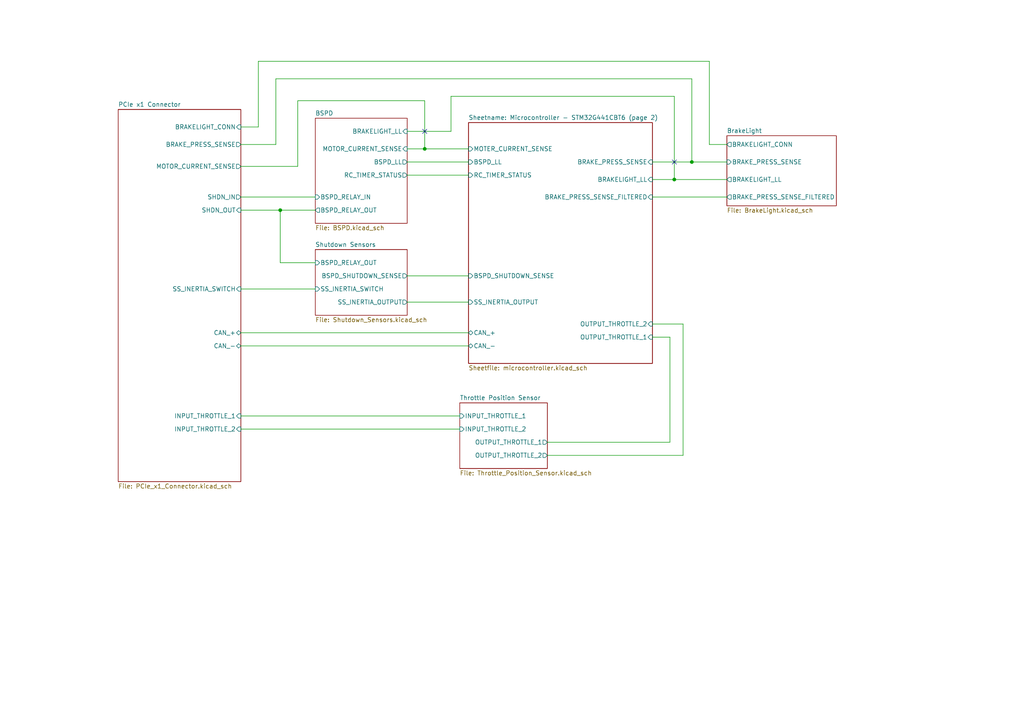
<source format=kicad_sch>
(kicad_sch
	(version 20250114)
	(generator "eeschema")
	(generator_version "9.0")
	(uuid "ec5dd9e3-3092-4af4-bee1-94131d9ab7f8")
	(paper "A4")
	(title_block
		(title "Vehicle Control Unit")
		(company "Olin Electric Motorsports")
		(comment 1 "By Leo Liao")
	)
	(lib_symbols)
	(junction
		(at 200.66 46.99)
		(diameter 0)
		(color 0 0 0 0)
		(uuid "2d34bf3f-cdca-4b7b-8892-61c8fad14204")
	)
	(junction
		(at 195.58 52.07)
		(diameter 0)
		(color 0 0 0 0)
		(uuid "442ce2f6-4ed1-4afc-b405-364aa7a4025f")
	)
	(junction
		(at 81.28 60.96)
		(diameter 0)
		(color 0 0 0 0)
		(uuid "85c770d4-5f33-4691-bb8f-ce58654697d2")
	)
	(junction
		(at 123.19 43.18)
		(diameter 0)
		(color 0 0 0 0)
		(uuid "fd5b6b36-2399-48dc-8040-ae3d92a0e8f7")
	)
	(no_connect
		(at 123.19 38.1)
		(uuid "d3729b93-5db4-48a0-bdbd-d504337f228a")
	)
	(no_connect
		(at 195.58 46.99)
		(uuid "d6d6dd0b-d645-4d73-8738-f88d5ae1853c")
	)
	(wire
		(pts
			(xy 69.85 48.26) (xy 86.36 48.26)
		)
		(stroke
			(width 0)
			(type default)
		)
		(uuid "01700370-0bfb-476e-8002-cda7f2788371")
	)
	(wire
		(pts
			(xy 205.74 17.78) (xy 205.74 41.91)
		)
		(stroke
			(width 0)
			(type default)
		)
		(uuid "039dca37-7232-45b0-893f-ce5a3b830ff9")
	)
	(wire
		(pts
			(xy 195.58 27.94) (xy 195.58 52.07)
		)
		(stroke
			(width 0)
			(type default)
		)
		(uuid "0899e977-f627-49e4-ac4d-8cec1204b1ce")
	)
	(wire
		(pts
			(xy 118.11 38.1) (xy 130.81 38.1)
		)
		(stroke
			(width 0)
			(type default)
		)
		(uuid "0ad3eef3-cb37-421d-9179-188f18eb5266")
	)
	(wire
		(pts
			(xy 80.01 41.91) (xy 80.01 22.86)
		)
		(stroke
			(width 0)
			(type default)
		)
		(uuid "0cb33bc6-c2b1-469b-aba1-a48e99f8c5bf")
	)
	(wire
		(pts
			(xy 81.28 60.96) (xy 81.28 76.2)
		)
		(stroke
			(width 0)
			(type default)
		)
		(uuid "0e8d0c76-b061-43a6-890b-664dc036bf78")
	)
	(wire
		(pts
			(xy 86.36 29.21) (xy 123.19 29.21)
		)
		(stroke
			(width 0)
			(type default)
		)
		(uuid "0ec91c8b-bf4a-4f13-b7f4-1512f3b7eccf")
	)
	(wire
		(pts
			(xy 118.11 80.01) (xy 135.89 80.01)
		)
		(stroke
			(width 0)
			(type default)
		)
		(uuid "1c83a425-8496-411f-94da-f7a010724315")
	)
	(wire
		(pts
			(xy 69.85 124.46) (xy 133.35 124.46)
		)
		(stroke
			(width 0)
			(type default)
		)
		(uuid "1e4ce0da-7e07-4972-b278-c930bab270fe")
	)
	(wire
		(pts
			(xy 69.85 60.96) (xy 81.28 60.96)
		)
		(stroke
			(width 0)
			(type default)
		)
		(uuid "2c3f7aaf-1bc3-419a-84a3-4b7fd7cfefe3")
	)
	(wire
		(pts
			(xy 158.75 128.27) (xy 194.31 128.27)
		)
		(stroke
			(width 0)
			(type default)
		)
		(uuid "2caa37b2-0e34-4084-b04c-4cffdc998f7a")
	)
	(wire
		(pts
			(xy 200.66 22.86) (xy 200.66 46.99)
		)
		(stroke
			(width 0)
			(type default)
		)
		(uuid "313f0c15-7eb6-45ba-845e-b75106914581")
	)
	(wire
		(pts
			(xy 130.81 27.94) (xy 195.58 27.94)
		)
		(stroke
			(width 0)
			(type default)
		)
		(uuid "3410e5f4-158a-4bf2-b857-97db6f3241bd")
	)
	(wire
		(pts
			(xy 158.75 132.08) (xy 198.12 132.08)
		)
		(stroke
			(width 0)
			(type default)
		)
		(uuid "34282f79-380c-4775-8761-dcbb6db2c102")
	)
	(wire
		(pts
			(xy 189.23 57.15) (xy 210.82 57.15)
		)
		(stroke
			(width 0)
			(type default)
		)
		(uuid "3b66b936-49cc-4103-9221-2d7e2ceecea0")
	)
	(wire
		(pts
			(xy 123.19 29.21) (xy 123.19 43.18)
		)
		(stroke
			(width 0)
			(type default)
		)
		(uuid "3f90045f-15c7-41d7-a53a-d92d0f091774")
	)
	(wire
		(pts
			(xy 130.81 38.1) (xy 130.81 27.94)
		)
		(stroke
			(width 0)
			(type default)
		)
		(uuid "4d37b66b-08d7-4385-a217-c39bf5f475a5")
	)
	(wire
		(pts
			(xy 69.85 41.91) (xy 80.01 41.91)
		)
		(stroke
			(width 0)
			(type default)
		)
		(uuid "519a25d9-fe1e-4b47-8ef8-bb2af4845f4e")
	)
	(wire
		(pts
			(xy 118.11 50.8) (xy 135.89 50.8)
		)
		(stroke
			(width 0)
			(type default)
		)
		(uuid "51e5ba9c-69b9-4c04-85d6-d8d106ba1c68")
	)
	(wire
		(pts
			(xy 189.23 46.99) (xy 200.66 46.99)
		)
		(stroke
			(width 0)
			(type default)
		)
		(uuid "5677ad73-56ed-44b4-810b-ab8f4512f7fe")
	)
	(wire
		(pts
			(xy 69.85 120.65) (xy 133.35 120.65)
		)
		(stroke
			(width 0)
			(type default)
		)
		(uuid "56b8ccfb-03fe-44fb-9b21-9d0ff6f5d6a3")
	)
	(wire
		(pts
			(xy 198.12 93.98) (xy 189.23 93.98)
		)
		(stroke
			(width 0)
			(type default)
		)
		(uuid "5c0ddb4a-117a-485a-9b93-e1dac8e52b7b")
	)
	(wire
		(pts
			(xy 200.66 46.99) (xy 210.82 46.99)
		)
		(stroke
			(width 0)
			(type default)
		)
		(uuid "5e22ed02-2650-44c2-9b29-5bfaa6adb3fd")
	)
	(wire
		(pts
			(xy 74.93 36.83) (xy 74.93 17.78)
		)
		(stroke
			(width 0)
			(type default)
		)
		(uuid "5e3748bb-5f74-405e-a350-1f8bebc5e429")
	)
	(wire
		(pts
			(xy 205.74 41.91) (xy 210.82 41.91)
		)
		(stroke
			(width 0)
			(type default)
		)
		(uuid "60e97882-35bf-4479-b986-7a29042534b2")
	)
	(wire
		(pts
			(xy 69.85 96.52) (xy 135.89 96.52)
		)
		(stroke
			(width 0)
			(type default)
		)
		(uuid "7ab0aa13-88f1-4a67-a724-623e178b9102")
	)
	(wire
		(pts
			(xy 123.19 43.18) (xy 135.89 43.18)
		)
		(stroke
			(width 0)
			(type default)
		)
		(uuid "7ce78aef-3add-4bb0-89d0-41255a2596f3")
	)
	(wire
		(pts
			(xy 86.36 48.26) (xy 86.36 29.21)
		)
		(stroke
			(width 0)
			(type default)
		)
		(uuid "80fc396e-0d1f-40cf-9e2b-12cef3d5a089")
	)
	(wire
		(pts
			(xy 74.93 17.78) (xy 205.74 17.78)
		)
		(stroke
			(width 0)
			(type default)
		)
		(uuid "924544ab-ee80-4061-add1-48c23e73e888")
	)
	(wire
		(pts
			(xy 118.11 87.63) (xy 135.89 87.63)
		)
		(stroke
			(width 0)
			(type default)
		)
		(uuid "98751c0c-b0c5-4597-9607-36aff69dc975")
	)
	(wire
		(pts
			(xy 69.85 36.83) (xy 74.93 36.83)
		)
		(stroke
			(width 0)
			(type default)
		)
		(uuid "99624902-7ef5-4175-ace2-e0af3476d630")
	)
	(wire
		(pts
			(xy 194.31 97.79) (xy 189.23 97.79)
		)
		(stroke
			(width 0)
			(type default)
		)
		(uuid "9c118182-77bf-44f3-9afd-b72ac71faec7")
	)
	(wire
		(pts
			(xy 81.28 76.2) (xy 91.44 76.2)
		)
		(stroke
			(width 0)
			(type default)
		)
		(uuid "a49e74ec-80b8-4f88-a330-81aaae1c73d1")
	)
	(wire
		(pts
			(xy 81.28 60.96) (xy 91.44 60.96)
		)
		(stroke
			(width 0)
			(type default)
		)
		(uuid "bfb3e41c-e794-4263-b94b-ff6c72d74f0f")
	)
	(wire
		(pts
			(xy 80.01 22.86) (xy 200.66 22.86)
		)
		(stroke
			(width 0)
			(type default)
		)
		(uuid "c03619a8-d3db-421e-945e-c90bd2ffa54f")
	)
	(wire
		(pts
			(xy 118.11 43.18) (xy 123.19 43.18)
		)
		(stroke
			(width 0)
			(type default)
		)
		(uuid "c040b659-5ebd-49fd-98ea-e6927f2e5cd3")
	)
	(wire
		(pts
			(xy 194.31 128.27) (xy 194.31 97.79)
		)
		(stroke
			(width 0)
			(type default)
		)
		(uuid "c0d97f5a-ad0a-4acf-a859-cf880fa5905b")
	)
	(wire
		(pts
			(xy 118.11 46.99) (xy 135.89 46.99)
		)
		(stroke
			(width 0)
			(type default)
		)
		(uuid "ca518d9a-20b7-492e-b048-35184967d063")
	)
	(wire
		(pts
			(xy 195.58 52.07) (xy 210.82 52.07)
		)
		(stroke
			(width 0)
			(type default)
		)
		(uuid "d11eb05f-4ac3-4cd8-87a8-d07130c27fe5")
	)
	(wire
		(pts
			(xy 69.85 83.82) (xy 91.44 83.82)
		)
		(stroke
			(width 0)
			(type default)
		)
		(uuid "d5965c7f-f425-4ee5-9281-5bb6fdff0182")
	)
	(wire
		(pts
			(xy 69.85 57.15) (xy 91.44 57.15)
		)
		(stroke
			(width 0)
			(type default)
		)
		(uuid "def4b12b-a2cb-4a80-a715-a6e341874e20")
	)
	(wire
		(pts
			(xy 189.23 52.07) (xy 195.58 52.07)
		)
		(stroke
			(width 0)
			(type default)
		)
		(uuid "df85623b-3c17-414f-8d76-b9ffa4339374")
	)
	(wire
		(pts
			(xy 69.85 100.33) (xy 135.89 100.33)
		)
		(stroke
			(width 0)
			(type default)
		)
		(uuid "f8cda56f-f86d-438a-bc0e-be4f8321a2d0")
	)
	(wire
		(pts
			(xy 198.12 132.08) (xy 198.12 93.98)
		)
		(stroke
			(width 0)
			(type default)
		)
		(uuid "fa536dc5-c419-47cc-980a-cae45c3b67ea")
	)
	(sheet
		(at 210.82 39.37)
		(size 31.75 20.32)
		(exclude_from_sim no)
		(in_bom yes)
		(on_board yes)
		(dnp no)
		(fields_autoplaced yes)
		(stroke
			(width 0.1524)
			(type solid)
		)
		(fill
			(color 0 0 0 0.0000)
		)
		(uuid "c320cd2f-9217-4ab2-b275-be2d18e0c35c")
		(property "Sheetname" "BrakeLight"
			(at 210.82 38.6584 0)
			(effects
				(font
					(size 1.27 1.27)
				)
				(justify left bottom)
			)
		)
		(property "Sheetfile" "BrakeLight.kicad_sch"
			(at 210.82 60.2746 0)
			(effects
				(font
					(size 1.27 1.27)
				)
				(justify left top)
			)
		)
		(pin "BRAKELIGHT_CONN" output
			(at 210.82 41.91 180)
			(uuid "f3cd5895-39b1-4897-a1c3-0f3772cb8262")
			(effects
				(font
					(size 1.27 1.27)
				)
				(justify left)
			)
		)
		(pin "BRAKE_PRESS_SENSE" input
			(at 210.82 46.99 180)
			(uuid "26cc8ee2-ab08-41b4-81f4-2ce2b4662700")
			(effects
				(font
					(size 1.27 1.27)
				)
				(justify left)
			)
		)
		(pin "BRAKELIGHT_LL" output
			(at 210.82 52.07 180)
			(uuid "eb82a8a9-8229-4d2e-89be-aa415ab0ed21")
			(effects
				(font
					(size 1.27 1.27)
				)
				(justify left)
			)
		)
		(pin "BRAKE_PRESS_SENSE_FILTERED" output
			(at 210.82 57.15 180)
			(uuid "f29e9888-1e65-4887-b090-413f8fd1412c")
			(effects
				(font
					(size 1.27 1.27)
				)
				(justify left)
			)
		)
		(instances
			(project "VCU"
				(path "/ec5dd9e3-3092-4af4-bee1-94131d9ab7f8"
					(page "6")
				)
			)
		)
	)
	(sheet
		(at 133.35 116.84)
		(size 25.4 19.05)
		(exclude_from_sim no)
		(in_bom yes)
		(on_board yes)
		(dnp no)
		(fields_autoplaced yes)
		(stroke
			(width 0.1524)
			(type solid)
		)
		(fill
			(color 0 0 0 0.0000)
		)
		(uuid "d843e0e4-27e2-4646-bd11-f32d754cad20")
		(property "Sheetname" "Throttle Position Sensor"
			(at 133.35 116.1284 0)
			(effects
				(font
					(size 1.27 1.27)
				)
				(justify left bottom)
			)
		)
		(property "Sheetfile" "Throttle_Position_Sensor.kicad_sch"
			(at 133.35 136.4746 0)
			(effects
				(font
					(size 1.27 1.27)
				)
				(justify left top)
			)
		)
		(pin "INPUT_THROTTLE_1" input
			(at 133.35 120.65 180)
			(uuid "abaf74b4-ee7c-42b3-9725-bbee0a2f2274")
			(effects
				(font
					(size 1.27 1.27)
				)
				(justify left)
			)
		)
		(pin "INPUT_THROTTLE_2" input
			(at 133.35 124.46 180)
			(uuid "41402889-a094-4481-9037-2df8350eebee")
			(effects
				(font
					(size 1.27 1.27)
				)
				(justify left)
			)
		)
		(pin "OUTPUT_THROTTLE_1" output
			(at 158.75 128.27 0)
			(uuid "2ee72ddb-1913-484c-a9a4-7d8e0f59ec8e")
			(effects
				(font
					(size 1.27 1.27)
				)
				(justify right)
			)
		)
		(pin "OUTPUT_THROTTLE_2" output
			(at 158.75 132.08 0)
			(uuid "8fb38ba5-c16b-4cdf-a566-7795d04dc198")
			(effects
				(font
					(size 1.27 1.27)
				)
				(justify right)
			)
		)
		(instances
			(project "VCU"
				(path "/ec5dd9e3-3092-4af4-bee1-94131d9ab7f8"
					(page "9")
				)
			)
		)
	)
	(sheet
		(at 91.44 34.29)
		(size 26.67 30.48)
		(exclude_from_sim no)
		(in_bom yes)
		(on_board yes)
		(dnp no)
		(fields_autoplaced yes)
		(stroke
			(width 0.1524)
			(type solid)
		)
		(fill
			(color 0 0 0 0.0000)
		)
		(uuid "e2963e6f-c883-43e9-a7d7-57b0126dde14")
		(property "Sheetname" "BSPD"
			(at 91.44 33.5784 0)
			(effects
				(font
					(size 1.27 1.27)
				)
				(justify left bottom)
			)
		)
		(property "Sheetfile" "BSPD.kicad_sch"
			(at 91.44 65.3546 0)
			(effects
				(font
					(size 1.27 1.27)
				)
				(justify left top)
			)
		)
		(pin "BRAKELIGHT_LL" input
			(at 118.11 38.1 0)
			(uuid "dfa856ca-8a49-43dd-8779-fb6d79b7af01")
			(effects
				(font
					(size 1.27 1.27)
				)
				(justify right)
			)
		)
		(pin "BSPD_RELAY_IN" input
			(at 91.44 57.15 180)
			(uuid "98462df7-f52b-44b6-9c65-399cb8938c46")
			(effects
				(font
					(size 1.27 1.27)
				)
				(justify left)
			)
		)
		(pin "MOTOR_CURRENT_SENSE" input
			(at 118.11 43.18 0)
			(uuid "e5526f68-1a83-4749-95be-910894cef8f6")
			(effects
				(font
					(size 1.27 1.27)
				)
				(justify right)
			)
		)
		(pin "RC_TIMER_STATUS" output
			(at 118.11 50.8 0)
			(uuid "fca97f73-4dcf-46db-90da-21f8431332c5")
			(effects
				(font
					(size 1.27 1.27)
				)
				(justify right)
			)
		)
		(pin "BSPD_RELAY_OUT" output
			(at 91.44 60.96 180)
			(uuid "67996507-d3d3-4996-af4d-4feb14ad5909")
			(effects
				(font
					(size 1.27 1.27)
				)
				(justify left)
			)
		)
		(pin "BSPD_LL" output
			(at 118.11 46.99 0)
			(uuid "d4f4e3e9-2786-4b2a-97ed-f35b97cc3fde")
			(effects
				(font
					(size 1.27 1.27)
				)
				(justify right)
			)
		)
		(instances
			(project "VCU"
				(path "/ec5dd9e3-3092-4af4-bee1-94131d9ab7f8"
					(page "5")
				)
			)
		)
	)
	(sheet
		(at 34.29 31.75)
		(size 35.56 107.95)
		(exclude_from_sim no)
		(in_bom yes)
		(on_board yes)
		(dnp no)
		(fields_autoplaced yes)
		(stroke
			(width 0.1524)
			(type solid)
		)
		(fill
			(color 0 0 0 0.0000)
		)
		(uuid "f5075997-e0a3-4d84-b3da-8739948f4d50")
		(property "Sheetname" "PCIe x1 Connector"
			(at 34.29 31.0384 0)
			(effects
				(font
					(size 1.27 1.27)
				)
				(justify left bottom)
			)
		)
		(property "Sheetfile" "PCIe_x1_Connector.kicad_sch"
			(at 34.29 140.2846 0)
			(effects
				(font
					(size 1.27 1.27)
				)
				(justify left top)
			)
		)
		(pin "BRAKELIGHT_CONN" input
			(at 69.85 36.83 0)
			(uuid "ee848c67-461a-4ea8-afb3-7249929979db")
			(effects
				(font
					(size 1.27 1.27)
				)
				(justify right)
			)
		)
		(pin "BRAKE_PRESS_SENSE" output
			(at 69.85 41.91 0)
			(uuid "5c23aa9c-bca3-4ba9-be97-1ae28cac6932")
			(effects
				(font
					(size 1.27 1.27)
				)
				(justify right)
			)
		)
		(pin "CAN_+" bidirectional
			(at 69.85 96.52 0)
			(uuid "2b0bffc3-d065-4861-afe2-c1fa9f083fe6")
			(effects
				(font
					(size 1.27 1.27)
				)
				(justify right)
			)
		)
		(pin "CAN_-" bidirectional
			(at 69.85 100.33 0)
			(uuid "8bf0e10c-1446-4eb6-94c5-21ff8568a6df")
			(effects
				(font
					(size 1.27 1.27)
				)
				(justify right)
			)
		)
		(pin "INPUT_THROTTLE_1" input
			(at 69.85 120.65 0)
			(uuid "add688bf-9bce-4e31-8252-491eb9ac7e85")
			(effects
				(font
					(size 1.27 1.27)
				)
				(justify right)
			)
		)
		(pin "INPUT_THROTTLE_2" input
			(at 69.85 124.46 0)
			(uuid "cc347fd6-59b9-4da4-a83b-c1bb88bb716e")
			(effects
				(font
					(size 1.27 1.27)
				)
				(justify right)
			)
		)
		(pin "MOTOR_CURRENT_SENSE" output
			(at 69.85 48.26 0)
			(uuid "5be05fc9-9452-43be-886f-b5138ca87353")
			(effects
				(font
					(size 1.27 1.27)
				)
				(justify right)
			)
		)
		(pin "SHDN_IN" output
			(at 69.85 57.15 0)
			(uuid "84fdb457-5af0-48bc-8e7c-c1462f5b5b04")
			(effects
				(font
					(size 1.27 1.27)
				)
				(justify right)
			)
		)
		(pin "SHDN_OUT" input
			(at 69.85 60.96 0)
			(uuid "7a764e7d-e768-4b4c-b3eb-1d0ab0005624")
			(effects
				(font
					(size 1.27 1.27)
				)
				(justify right)
			)
		)
		(pin "SS_INERTIA_SWITCH" input
			(at 69.85 83.82 0)
			(uuid "f6483e47-b9dd-44fa-9ea1-a7c87a9fc2ff")
			(effects
				(font
					(size 1.27 1.27)
				)
				(justify right)
			)
		)
		(instances
			(project "VCU"
				(path "/ec5dd9e3-3092-4af4-bee1-94131d9ab7f8"
					(page "4")
				)
			)
		)
	)
	(sheet
		(at 91.44 72.39)
		(size 26.67 19.05)
		(exclude_from_sim no)
		(in_bom yes)
		(on_board yes)
		(dnp no)
		(fields_autoplaced yes)
		(stroke
			(width 0.1524)
			(type solid)
		)
		(fill
			(color 0 0 0 0.0000)
		)
		(uuid "f55c9820-8c9e-45b3-8461-692c1237659f")
		(property "Sheetname" "Shutdown Sensors"
			(at 91.44 71.6784 0)
			(effects
				(font
					(size 1.27 1.27)
				)
				(justify left bottom)
			)
		)
		(property "Sheetfile" "Shutdown_Sensors.kicad_sch"
			(at 91.44 92.0246 0)
			(effects
				(font
					(size 1.27 1.27)
				)
				(justify left top)
			)
		)
		(pin "SS_INERTIA_OUTPUT" output
			(at 118.11 87.63 0)
			(uuid "728c83cb-1965-4fe2-a0d6-d50e7b2cc161")
			(effects
				(font
					(size 1.27 1.27)
				)
				(justify right)
			)
		)
		(pin "SS_INERTIA_SWITCH" input
			(at 91.44 83.82 180)
			(uuid "21857e3b-8233-46a4-ba2b-183e7f0952df")
			(effects
				(font
					(size 1.27 1.27)
				)
				(justify left)
			)
		)
		(pin "BSPD_RELAY_OUT" input
			(at 91.44 76.2 180)
			(uuid "b24765ce-da75-45d0-8ed1-8a164aeadc7a")
			(effects
				(font
					(size 1.27 1.27)
				)
				(justify left)
			)
		)
		(pin "BSPD_SHUTDOWN_SENSE" output
			(at 118.11 80.01 0)
			(uuid "eb76f884-a651-468d-8a3a-c31e210295b2")
			(effects
				(font
					(size 1.27 1.27)
				)
				(justify right)
			)
		)
		(instances
			(project "VCU"
				(path "/ec5dd9e3-3092-4af4-bee1-94131d9ab7f8"
					(page "8")
				)
			)
		)
	)
	(sheet
		(at 135.89 35.56)
		(size 53.34 69.85)
		(exclude_from_sim no)
		(in_bom yes)
		(on_board yes)
		(dnp no)
		(fields_autoplaced yes)
		(stroke
			(width 0.1524)
			(type solid)
		)
		(fill
			(color 0 0 0 0.0000)
		)
		(uuid "f996f5d6-cd08-4333-a16f-19abda68c16f")
		(property "Sheetname" "Microcontroller - STM32G441CBT6 (page 2)"
			(at 135.89 34.8484 0)
			(show_name yes)
			(effects
				(font
					(size 1.27 1.27)
				)
				(justify left bottom)
			)
		)
		(property "Sheetfile" "microcontroller.kicad_sch"
			(at 135.89 105.9946 0)
			(show_name yes)
			(effects
				(font
					(size 1.27 1.27)
				)
				(justify left top)
			)
		)
		(pin "BRAKE_PRESS_SENSE" input
			(at 189.23 46.99 0)
			(uuid "0f9f4071-0d36-46f8-9245-11aefb5450a7")
			(effects
				(font
					(size 1.27 1.27)
				)
				(justify right)
			)
		)
		(pin "BRAKELIGHT_LL" input
			(at 189.23 52.07 0)
			(uuid "68438141-efb0-445a-bc96-203bc9f20f9e")
			(effects
				(font
					(size 1.27 1.27)
				)
				(justify right)
			)
		)
		(pin "BRAKE_PRESS_SENSE_FILTERED" input
			(at 189.23 57.15 0)
			(uuid "b28e3cd7-bcc8-400e-bd36-7922a96a99e5")
			(effects
				(font
					(size 1.27 1.27)
				)
				(justify right)
			)
		)
		(pin "BSPD_LL" input
			(at 135.89 46.99 180)
			(uuid "131e455c-32cc-4220-8334-1ead316d8601")
			(effects
				(font
					(size 1.27 1.27)
				)
				(justify left)
			)
		)
		(pin "BSPD_SHUTDOWN_SENSE" input
			(at 135.89 80.01 180)
			(uuid "311ab0ab-9502-4fbb-8f66-e4817bf09683")
			(effects
				(font
					(size 1.27 1.27)
				)
				(justify left)
			)
		)
		(pin "MOTER_CURRENT_SENSE" input
			(at 135.89 43.18 180)
			(uuid "b072dc14-84f8-47e9-a034-bdece0225bb9")
			(effects
				(font
					(size 1.27 1.27)
				)
				(justify left)
			)
		)
		(pin "OUTPUT_THROTTLE_1" input
			(at 189.23 97.79 0)
			(uuid "5dcc0dc6-952e-4419-8009-13df9cd8256a")
			(effects
				(font
					(size 1.27 1.27)
				)
				(justify right)
			)
		)
		(pin "OUTPUT_THROTTLE_2" input
			(at 189.23 93.98 0)
			(uuid "aeac32bf-b1d8-40ba-af01-5ab75da93d07")
			(effects
				(font
					(size 1.27 1.27)
				)
				(justify right)
			)
		)
		(pin "RC_TIMER_STATUS" input
			(at 135.89 50.8 180)
			(uuid "d93f1f6d-9426-4171-804e-a4be145ae8c2")
			(effects
				(font
					(size 1.27 1.27)
				)
				(justify left)
			)
		)
		(pin "SS_INERTIA_OUTPUT" input
			(at 135.89 87.63 180)
			(uuid "d9be1d8e-e393-42d5-b389-522075914929")
			(effects
				(font
					(size 1.27 1.27)
				)
				(justify left)
			)
		)
		(pin "CAN_+" bidirectional
			(at 135.89 96.52 180)
			(uuid "5375850c-be25-4d9b-9e81-a7eac6f8de2c")
			(effects
				(font
					(size 1.27 1.27)
				)
				(justify left)
			)
		)
		(pin "CAN_-" bidirectional
			(at 135.89 100.33 180)
			(uuid "859b0aea-ba6a-41c1-abe2-f73aab5d3dce")
			(effects
				(font
					(size 1.27 1.27)
				)
				(justify left)
			)
		)
		(instances
			(project "VCU"
				(path "/ec5dd9e3-3092-4af4-bee1-94131d9ab7f8"
					(page "2")
				)
			)
		)
	)
	(sheet_instances
		(path "/"
			(page "1")
		)
	)
	(embedded_fonts no)
	(embedded_files
		(file
			(name "oem template.kicad_wks")
			(type worksheet)
			(data |KLUv/aDU3gMAzGYAaqdkICXgRoR8hBydR1LxYkVO1BjTimofk6/PZIUtBVSFggCAMYYjDfDhDQIA
				AvMB5CHmogKNGO7g2yPl9vWd5AlmQbCAXFxv8bIsQB8tiyW1wa4c02i0CMgjrCs0lx25nmbkcWjU
				6Id31nrqG72EwJJcKc7FkGTAqRoAoIUS6Ia6sdG642xRZmomxI6jwi+mHpxzTho47CPOucgjLuKc
				Sx3nPP2kxddhnHMOpxNify6DQHUAIWXyLCwKwUbQljQNBYKkISjEpCurpVJQmmdRFkZ5lqSg7EVJ
				PEzyPosQIIB+ydiFo600ZAYcNxiwDHvEVBmyibYSkhkoj2ueJFGd4ywEjOeYdFUH9WCqLSmriIFg
				J9LlVV4rq56SKMmpIjKKLroBCAkMcFYDiEy6DFiBMNCY1DhJ41p3tnCJMEoFStyMco4zgCASAgZ5
				doJlVcdJYIHOowqBAAENQfMQFBCDk4Dk8V5A+rquQoAA5ABUJjuDwaAZqPyiJkIrVLnhWBNOK7ss
				y50sBQAgv7AiQRoFacDxQDKAyA9ULuVmL42C7IZ+MMxXlUk0RhkM9GXAptzuAdaE2xJBW1mVEXQh
				O2AGiQwg8ou6LmwqiIKcL8osyE4SRGaQcmNgAEFd8pVNlOHCsgyXMSwvUpWxE+RVUwbpFpAVaJsQ
				bGQhn+pHX7U1oCFIELRWG/IDlQsAIHbIaGMTPAMFBtQTLdDGAwgDlkkG+qKpAU6SJIuyFeSF1QYD
				nQsAIAABGuwvcJKmyhYQjsPgLSsBNThmBzUbnq7pJo9njLgNCmI05Ex/n2RQOuSQEG0sQj2oGBva
				vzoO8XaOteJch4Z57qgTyCloMkdBhcwVilhGmy1b4a0Rn1ScjTCBfe17v6DID0VI3IWM4Ibqf9FQ
				K4nCyafY9BBxouGehCclKD7ThQsopVXzf1BiLHQcgWEqZ6kfsuepCHIXIA6d+IEcNVlSxbpflC42
				TIbLb3cIdcc2eERCQy5IGpf7fhpFKwcjwc/8pCykt3Z0r3YWC1TO+RbqiKtVHpkRohJqvSRCJVkl
				rSoo37IGXu1aMKSyh6Gpnu0ulpSRxe7VnKP+hbsw/0Rz8AwqQg03DAmlmYuDvd+/oPt86SFOlZem
				KFX/1cGGShy8hseRMZnSj9ptydblGP7QD3oaHu1xcBgudT/FY+4Oh7ODFJSkSR4CeeJMHlbiFA/X
				oPmRyXHmo/0qNnoSreukBdHJaB0cEmPykxjtBSX4V1GUpBzGg/oVPgXoKY757pFGhalSnH9TGY9K
				SUNU1bGv27C9xZzIOef7bciHyh6cmAB1pGNRbNFVN6SChEt8ysJ3nAV1sHMFbXZ13qxVg4Wahdei
				eWk8CsgMFA8SS7r7DQ7uQjGDhBG2rrk4NDiiGNRKua8xFbCaTZWi0dcSEXZ0YgvsVKOaZAWJRV91
				pmFa+Ch4eKzEuZaUFOrZyk3fOn6+YrtasccW+semvdt+q1c572q+7uvdYQtrxRqz+ybmGgc3JOmH
				zbBEMlfR5RTPSGG2Yl7mJp3fVc9k3pnNuxSzj2yijvvr4yJNnoZb9wIP01k3YeeZqhYZ7o3/c0f1
				4F1/636RdNmSdkz2irgr72K2Pm7uYftzs5+E5Bv3McbiVhk561yf/Xl9Ft0x5twxJHe08EQZn+51
				bsnXUU7nHXWbhGMDVK6VU75rJtBSi6yPTgfongdQEekadL/5m8yGS8yZr9fDiczFYrnkRxH9W86O
				mn2OOmFrTHAbe7OURxWioi85US4/84TIPF05Y+511Y1yzXDfHEWq2/OwqEq5GqlVp21wKdWDm6WM
				UsaxtYg1OHGFR69S1dOmI4nQBfeWDZa45Gr1c9X9zHpZI9XXay2lw9enw1zO5aGvAqfOvRCnkY5r
				0/EIS06yWpdzTYer0aBSvdJO6CGJvGNbr827kX6ULeWgJ1qdxuAoU168GQOp1SxNZ5u4Wd24WWsp
				JXtwqyd9s7qZSnlBVQsuMcpQomTijjpwqhGqaGy8QhawCczi5WutF63aiWwxycQgz0vMtnq2kEwr
				ejYMHNXDhKSYbomRgYXiXyyawznnnPOfTKjjc8WZC0XHVso17h62OJwiB5JKwjlvlLXaf0OPBIkK
				zMb8RBpJmviInKiCIt/5xzbnK6KfOR1Ke+ZsXdsd+28KSZZiSn+tbZo0p1HapchhNpZL0bb1v2Wp
				2qE+8RT6BEJ3tC2NHClzUq16dEWPru2bqY2F/iZsfXMImwQpsl2DEfQP0LZF1JdSxO+Q3zr0IetT
				kfS3tCN+VKXS95bBpjlb1nbfwE1qJZ5qp6E/30HiLIhXnKcFg50mnP/X0CeIQykFQtzXcZ4t3pt5
				huckih1Ah+Tr9skns8DikH9EnH/p4pzX7aH7Leec/0aMjnvgrNVidRrbhCPMYY5QI5iLu5AulzNx
				LJQgaUwxW45tNpYgq/iJNM9ssXb+nakvVZaZcIRPljaXZxodrQLCfHvL9gy31kqIC/eOM/Zm1DZl
				30++Nr1MWXYn1j4UZXHK1mrK6K1ijOSJDdv9Jsf2dMvFQhnbMSHWFhaKhe09D9xislP5AJWP8VD6
				aSeHR7zL6eoLvmOFyvPf6flC4Vdr9XzTueA+1G2n+e8oo+Hab3j1jy3BHnCNfdjDaL6O3IJtEzZD
				VJF/WCdbPV8pZ64159bij+0A/Xp9ab3oqtMcT0jWVmIM4/5h7ea67Es9+2nP6M3zjLn6xPS8B4b1
				uZRsE5IJ2eUSYgNqP6N6dXvddmAzOK3eZjLnT1kk4blIXHMe2YIlqIIiH1MKIRGRGRFJkqQ4wnoG
				ATEi9eykOfKQHMaiCMRACCIGGUIEhBBCECGEEEIIEYiIyIjkzRqAIVZ6e2OISfMTiAULITCwyX1P
				uILep28DQi4dobW6LF3OtAboBh7xRIm7m/hJuBN4EYmtLLhH/2YI6iGGukyhj35ESfHEzsFcyumd
				BoMPGarBwXG3Ok/1lHG3IxYNzJzyWWRGZEt2Ea6m4o8GJSOVZvjxeEHYE6WnCC3aOoEAzY0IvClQ
				I9Z2h7SvKFgyBhit3TAG7bHkbeQ54niS3UoLryzt6p/L0iomhcmwZZXMtHkkyYcFxPOqe9oO677X
				rYB8nzoBl4Qt6jhKIlSR+slgmRotTuilAKMWm8wq6YKUnwGZGv2b9Ftzf1OAK24CiQtRNkWNJIyX
				0uKaQoDbyMOzLe5ejBks7E7gokqgPGEBDDBifoRbGKybCpphv6Y16GTaF0zuczAdxwDPJl9Tg+b6
				JowptKhszH0Xo4BTCWtN7Sesbmny4Ae6w7Wn4K0XRU1sLbssTnOCY7wVGwZRy9GG3vKrYzwlFEWP
				tsq4z1ELsv0DjDQenZYnEefz0M06moj7Mm5taEKCCKAQ+lrBHpoJ28YmZCJWaxGMoaiAIQ3xpwln
				/gNUgSGoePsTXqoiv+5LgR7qWvCCsZAKfKIhh5xQrndwHVxsmFJXngkkva2+VCD+lb7jp1zJDiuw
				clw0/tqRGInC0MzkjFz1a1/SJJzb31XtE35nUtylLBRWdwfKgFgZsWMIsBV8a+FQhXNvgkzhgUbC
				2t4eYe6ZdtS5GRd0Ksk+KaesaNNfEJ3IbDO3abnlJC2GG4MuODAFbWiLG0L7NzdFm1QmfDibdJJL
				rc6DlzWwmnM8DTV4Ki2sB89/wVrR1hb8cqHZGYXzpSAt1exw5c/7MKSXDXuPZvLzp136nH9a3VnL
				oj0OOwYAp4tjaVkw568CKXGINC3bBBAAK512LTCyN0B/FW6vA1gg3HubJbZ7nEMwsLpFd9y1SPVy
				d4IVYBzXFFZ3I7tiFMUi4sxt9rvT4awBDCb5OfaWE2ikd9mX4Ezut9gKAybRiBZcynUPqeqQJ9+l
				kjPldCgen2SqGVtK6mC3hUApqWgerynZNn2Xmy3kxcQuHbOMADSzDGihM+wQSKQ1YEJOy4VaKcIm
				qYR7mEtj9EaX/M5h0MY0jQGHURvTNEYchjZG0xjgOBZVk5quLj1mTO7kjaTcwA484i9ksCB/LJ6j
				sqJW7xh7PkhhYA89sf1jT5VywxjHdhh1IfVKYY/R66c19h+VSwriBCrxAw8bj9lZEv8s47el1jMr
				kZPtE87OPjAlRxo4NfMY+iMLPlpZ9vxP6IZYrhQCfqOHVd8diHiCn8qmUeGt1wmpPy3wBHUWCCog
				b/VVNPBoh7CGrPDjyI/jJfJHEcJnyzKhzIEzh5X0+EOG+ifmx87LlHDlEMEV3HqPptGtOpcbDWvi
				cHneiIe3xuERdyOIaGcSkHRnKCBrfuwtvIw1auXRMQt49dRaTik0Xe1nxQuYht7GMi8jWUW1WwjT
				8wtiHnAlYCResyD51yo0SJqNHOwbRAG7QeXfatrextE8p0x2PjEW+yNydm5Nlx14j5SjI2QqAKbj
				XSBAbdMGoleVcyzcucdTDCOpIXVDUhqRne9BOCCXYRjmTFUAUwBTALjOJd8hCm9iZOTrvSdOVrSt
				yZctxFH1mtFi3Wvig3CmdSbFj8o0CFSpdHVf1OVsglCPPNsPpApkQVXSXJlO1wk1XHiuaKVvhkQe
				AtpBDyrNhJo2QwW47DluBNiWXGVrJx+7pZzc+0ahxZu85D9FnI3QeFYC7bq3HQT0IC5WB2taed68
				p3DvF2d9An0rNhKwodCQ24g6AcgkT+OBrTpx+1Y50+V5zDX1F9jbJN/iRKk/RAta57ompmvOvPNz
				5CkIB/itSIESbnLJGfhFORImzJmQQxQMIvgYKVWlHp/SsaWwRPrM7YwM6qXRUHGOuQomYnSB4vHd
				i7KWnOsREsvA8/VQ+0xa9d8spGGzwEN3v/OBhEq7O54mRtrcxQM1vnBYLmpFOlEyRVy8UahpVUyT
				XlmtDao2ANHadyyk7frz0iJMoF0w0DAy51yoGIel7SpnD4IlqOL5ckl7BrK0REAExCgzQ2UeQsAg
				wlAEFAQRIAQIgxAgBAiCIAiCIAhCgCAIQ2CIYgo6Bt+2O4/CVzWhHbU8Ot/DTFbWv4/llkkLbSy+
				uQHp4SINMPyUcxfEm0fXr5NrIbdOCa4PGAxVhCPFc7+ubS+o+Ff73Dpav2Gllpi/63NUUN8g5J5r
				YKjQ0SdaTsQaRicTK3wC1jmq4/O6+FYO+iBuF5fO3uFIUv+3Y6fk7ydqx7ePY5z7LwksSM60P6Fj
				RhvbgTVBGymrTXym1GlnpTyXCqTRSfRnWs+FjNduV+D2hoozfjZ1pII9Rla+rZ8fP4KkRvFfchsm
				oYPTBovO2BFFMEKfi0HE07qoteWp9lYdcZszYb/GVpWiUuyI2ZVFnsS9P5COxdb/t+WWlJsfbiOe
				hEO7p0aIj37Zu3fMCBaPm01oi51OL3m7hz7/n9mZ0qJgm0TFnZ0RQZIo9YBnqX86HAZmUWJoEQ9o
				UzTA8Kf7FQEPaQACpN4pfEgfZkqSU26AJc8BIWMgVoDrYDnEEUuvy450EJlAwOhhRyetZBhEN8eT
				Ymrag/eLo9q5ZltqTbCg5dzXpuAMCP6ZpYc1UaVuF6XIe6mW5XjGGujSQ5E+ZWJtZqNi613/hEI0
				GwdNSmQ6hNyD8F9QtmlzRsPLKQsMvdi97Z1J7F0BbsHHhC08H47nncrdh6lJQkUFjCsohjdAiGPm
				Sv54y0KAwVBiuqSMtGm5P4OJs5kWiWdyKA8LNWOTy5owcXs7oJ/mKGlTRNM3fPLohBRiHEVJPaT7
				IhmQUgIX9ZO0miPtpqaIDY6kfIoByY0/oH6F7iKoxOfRCkr565dtTjw4wLhHNGPHkgU9n2ToNYM6
				kWlmz0y/iLp3ws6Mke1biuk0T4KiWGX3ypShkN1JfcDdj9sqB/kMKG3xMjtdSf91H1bT++qJofSs
				MFHm8hqbM7ptw0Mja1BCMHWdeyXUgNrOrkEm4+C10fjKDAQIHCSzzlq3mt7GupEoSEskO0Emrr+B
				b7A94oPOCKLfzKzCDgHUNmyYScCXpW6T5aw7Be7aOvp3x8mVehYLqPOA3JwlEoyY3x9E3GKdDlmZ
				kjjy0L/FufATKOAIiuss8XXX5RYhOIkTFGsqTpLJ7kwNN/I5EX+0JNYh8BRPlwbi9L8DLgDzxY+W
				CFR94R8SVD16DbDb//4JvM7d1ttqa40KqP5SBynMR02oR/B5NsmI39Z4iEpAJONTOTSQ2Wrv2s3t
				/+OJJGKFuLM16uuaX7eM7R5ggFtGGMi/VA7tIq0zLRwcqQ3NLQUzVUQ+Bn1pAIpR+AwiMC+MDpHi
				0pqo1wf4bVvGspbbhGRLktKY24EazZCCAtIsMMgAvgDEANeK2oz/BWWPzEbH+BFZe1w5LhtwORlM
				naY+GLqQO6Cbsj3pdNlq4RgrR4Wy9tZDGsLl/gBPkKBwp3SaRwey/3QX19XGJR/XfMzsdl+fZkEN
				x2PIpRJjndc9PAJUFilUKY+ow3FBzjHXM5FJkoYQW+vq6oIDLEnkUo+gpbJJgZ7N1KIZClXLaQQC
				NIAp2boKVc7RMVFGvmZzPzsLuktDCtxH1s/nWkeVUuEu/SCi0+q8psbG5mlBFWXY5jQrO4pcqDVk
				It1V2hUPq9kTej36EF117kExJnk8jR83aU8feqWNnttI4xEde8dXiXGcHVvxHO/yDmK8hanxt+4u
				dZ7f3f1f6hl7f40l5/zl9fJOPNb3YMRWlegVF3tW0rI+vGUbXMtAp/eHMKJxXP5wf9EGD6+3lW/F
				g51SDqc1nUNO9XnYjQm5LkX8Vp8nBvfinicz2jGj02UdX6DWv8WaQYEEIoKm4bzAQy0HNfEC1/F6
				3ulMJlpQZj2efng8p5pUYAvfp3vNMfqZJYhFmte0mrbt2moc1Ti24bok1rlVkEO/YfmJhp3O2Cv6
				C1wWg1v1P8I2kqc9otDmXzRcMPUvIHv9TDktlTKu2Vy/taoDevDGX7AYNrBOY7lEQ+QiIlwzVTKj
				qVafynoqcjEygY5pYmCa1rxuEigFAdZKtAryGp+Pa9Ov6rFxZfvHTSBSR9p66HQk1tA6WhsdX5WT
				DeOEWex0z2ZI78DeDx0Zc8Mjlx7nwpSzcZyQS+5L3rJP648ZN/a6O67SUOdvtM8a5zMAAggQYMCA
				ux8eCkugOXDAXyAU6Q+PAR0YDIa7bho0BQomWXfAEBCgwJfOEHPfxzQ8GK8h1/C7dNv89p+na8KO
				mZgMF7N7nVbS8nLRP+tbeEyd2d2nke6wl9f9mFhu1dtQUwdXpZHSr5q+RdFD4eu2IRHP+bQukX75
				jHPoPAeXPQVFMDy4pVI+gfM3VaD8RvTGJDWGqBKs2mjf+xxQ1wO3WrBt7fdkyD9g4/GOTZ4xYjZd
				9qmuPYiPvNOh1sRD3tNsET2i3JGA2xOXoYVKqGPUrCtkZw7ztxIEYTiMJFlSOWj5U3BzGAgSASYJ
				RQDDonAQBEMYBkEYBiFAKAIEgUACjiE5lnNObJQO39O7xoFxV4cKk1y9ICBvhraO/+g9AYSLIhdd
				ANIFKcSD7b62mkYDEOo75d9Vns8EurEBidy59cU6nIha3MRFEN05+10BLs2AccOZHQHMHzodYJTz
				AV0s1SJW3iEwWz8ViaALHNJe/HepiWnq/1JEPJNehfjV0vhXEGnft/wcryW2zjn6PSxYVFtSAKtN
				HDCQ1MtaIRY20fg1jKyvp3j9ReZlaSuW8xumELD40pi3qVLBVEaFLcapSFSdQfA1i3vb3hGYIfxg
				O9OdakkVzFahxcBKETyC5r2pcJ6xt7gbQ08zfiXXoKtU4HFlGqPLl7ncduSf5A6ZGH9fuzOk6l6I
				nzyo0lv08nDHowa1+zPdq5EmWo6lYuMu5BNsGMqCAwXnUSFMAZ/Kph+PhJMpaUX9Talim6iRMP1b
				qB2QE1z4jqySOBlonAlTWBymefnw+dIMUvn98fi9hcZCqrp/MVvBGVPn5KgT+ceDY0S9QW4SsoRw
				JJ+nSAPMJXuKPoOCTiRq1XBODyCVcrzCsuam0ayER9RA/lD89Pt8cpSj+nkD3yQB0h4TI06vJ7Sm
				imZvHp2iyFjUXmCX0IohiYuxxoVARFQIlygMdzailQfUAMqSSbJBNBlPb+STta/DhGihDjDOOut1
				nLsePZ15tmiTSXHY7DT0xBHsfWj6y/Fy7Nrji8nMag7LhgjrRsR+A5yU27eV8/9USMiZsAo9gKx6
				DcD1Ec6pwlzY8hs7BSC+Q3EzvqZ4pjhSF62244wO2HL32t5IsUHsTFnfXCejj+HLT6be/alyBPkx
				m6eO2SubUzYra6Ajh1WL/oS6U3oiD98fMizo22rwT5mKvKNaY1NivuPw3LJd5FPDias0V1kCk3p5
				Bd9dAkmUSbSAIwCVcBhroNC/aXg0GNw2w22ACm8eFSgSRral3oJyPLjDErCgzOz9lN0hY7q/XWlX
				oJKIRr+0aAIOcXZed/NqhiCBxNi+psImJuYE14wDyXw8Sl+h5OVpQpzeoGddKlnyoPigtAQHuiK/
				YDRJ2LAShuClU5eulXNMIroQcssGq9kG0sPlsv+Tb/qiRUkEBY+LoikV87IDH76KAA4PEgMBpU0o
				MwNG+8ihOg13/hap73ie0ND5C11EF4fwcP14mCGg3EskQTkBOojcWzje6NfVVdH7xCZ8b68E0eRq
				yZ9YDArwYTVeL1L9YJyqqdWMkE/psLtmZYrDd3hJpjR/u+4++EArycsxgyaUyfgP6nkqBSQc1RDm
				GTdtHIUCESIAoKL4g4y+wkODR/DrTRWP/HP/bwIEZFVvVBFHrKg6BSrWN1acNMDonDySMwLmAMcg
				2ANHCrWj0FDWWVBGEb6omhGr/3IZL+XoS/2EJmnZYiBlARyE6JSF+ePk4uMLIMTFikWCWAgE15hz
				aStEVMHZGmh+FOptMEWAP6RnIZEdli21YOWM/hEjcrlgN+GFxTl71tAIDcYvHr9lDfh0SLVinCoi
				K6d4287wv9XKkqv2KHvflofpGnD74Dl5gw3aPe01lWlsQExNxG542dsg0j0FMI1ukjsschYeP6yu
				0TiCIwmfstsh9XSTddZxBAthh6YbPoXuOahpG2kPCKNNK9N874YeOyETm0oxmsYQ4xOsGeaZYroZ
				SOMUy2gap1BBA1eWN3S+32g4BN/3piGISEC0h0VGjbmGSk4qPVCSRqwishYagAUCiSlAWRNJqW7P
				PCcVxiayMM5gdFSECAcotI2M/uRA5lAN4PznKYKEpZb4IN5C5ObKlN68AFoDTD8WrZMYSdveKFx4
				Uz1djZOB5Qs5hZ7QGbVpTGhwgwVr/sUVbWquHTOlCBj4yIzKCEBuMAf4eE85t+05t6M8WVmaVtNU
				3gGPPY7rKX4szRPivu449m4VeVsCr5LijGSgTWERAF0zJqp+J5BI9HYgfSIrsAasHlJUhEnq+sv0
				JNjnOl2TsARs4IOKKukjvoq0kgjL+jiEQVJCzo8fxkVdo66kqgP/ZoXyAqe++tQmNj1JctfCRO8x
				vyRiSEtOGFjCrxloU/9ESX/O0d8a/O9Orf5WAQUiH8N+TZl4P3BODkICoRJtYJsCmJ01aB+obSQC
				HGmRH8HiL4SNPp+goVbbaCMRNP8lAVAbbn9Ygyr9YYKwkS6Z/KydmQpq5InZCVWyOyGbBpf89fb3
				xoY8REbwF9RXFP/Te/FvyIejCdy6xi+64KNSkl+sowW+V9ZMK+HPG4YIPgpxvMPyG1On0EjEdDEh
				qHQSZuw7RjYjmU5aivppAXGKgTzsTI1AR3ZTwiqzYV9brQqGVGOgP1Bi5CyGCgHiKWBY+iiBSQxI
				JAFQuZxbqiti5H+xAYa05bNOeiRFaQjCKTafZQgnaoDuTp8WeSD6wA7jCWpOzBL/g0U32FvaBwz9
				f4/1XPT8hc/o0SNsBEsYCwfSxIv6x5AsQMrR6TOpR5vbk/3gkDxTry89ArlG3RDozDJ4IVXjlP9F
				BENeF/6S9pfyEVvBfSc+/GFFZVZYXPp0ZRQ/zGYF5czFbCz5JIADO4gx+WlsqMdAUHkUHhPkT6CA
				7yrx+2Dzzu14j+HzYpxwWxFRqfWkwpJZyaEb7D4BALvBeGjJFfI+4YVcSep4Rppra4sqKJzN0Uhx
				muCDPGqkFgRkecS58Wkvx6WXYiKIMjsGAspQfh9HfgCkPetk0uG97LRtHYuyqWhSEl9Fh0C3Js6L
				Om8uCSenwfjT41KKrl+m9elgpjcgHgltKsd2PNkU4x9lveaARTBDjAk7ZPdpwhtefngoKSVdSnB1
				xmafo4b8FZl5Dfc+9W5JIffPjuinIQximR6PK+O4JkbAppIu/zZ3f5E76OeSFJqVJUxrzJ9WH/D3
				b9ReNbftNGlDR2JvUBQZFCtwpAPCubNtfycsm6prVpjoF4LcztDfBQ4GTduZB/hmYlyD7Rj+jtN7
				xEf9gBaHXPicRVs2tztejf+mKqK3aIlAyhEIyXGg5qEHHdr7rsI4TwNM2VCIrG95XqhauTomzQRe
				7WhsKUXzVZYNjW7TTTE4u5IvEZRnJsMwPAwTcpHSHglDlctvQ+omnRgf172b+JNjhZjCU2lcwUMU
				YSXyDOXLv3BeXf2FsD1ubVdZFwv6lFHw+YQxMLf47TDhoxOvlo1GHl2+lOQlPqhBrsdfcBDn+KxC
				hVWkzsg0SOuIQiDyHTw1ttkIvdAA0fUSh+NboOD1yIighRJiEUru3L5aEDiRTlhkEHrL0sRxgpmC
				z3JZgFPSeq825OOL6TOMMpOtZb3J4dtt2frcYV/0HRYEI0qAlunjISzPYsFOGpg4zCUaqJcnI8qq
				TA==|
			)
			(checksum "3E725232106D05BF07B282AEA5FE7E4B")
		)
	)
)

</source>
